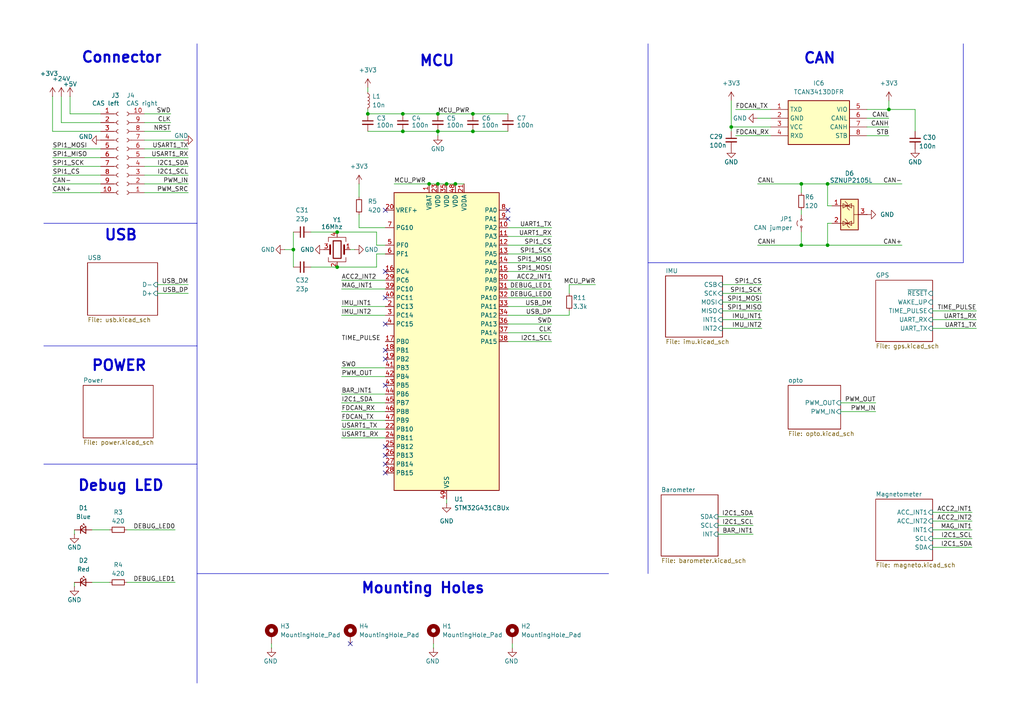
<source format=kicad_sch>
(kicad_sch (version 20231120) (generator "eeschema") (generator_version "8.0")
  (paper "A4")
  (lib_symbols
    (symbol "Connector:Conn_01x10_Socket" (pin_names (offset 1.016) hide)
      (property "Reference" "J" (at 0 12.7 0))
      (property "Value" "Conn_01x10_Socket" (at 0 -15.24 0))
      (symbol "Conn_01x10_Socket_1_1"
        (arc (start 0 -12.192) (mid -0.5058 -12.7) (end 0 -13.208) (stroke (width 0.1524)))
        (arc (start 0 -9.652) (mid -0.5058 -10.16) (end 0 -10.668) (stroke (width 0.1524)))
        (arc (start 0 -7.112) (mid -0.5058 -7.62) (end 0 -8.128) (stroke (width 0.1524)))
        (arc (start 0 -4.572) (mid -0.5058 -5.08) (end 0 -5.588) (stroke (width 0.1524)))
        (arc (start 0 -2.032) (mid -0.5058 -2.54) (end 0 -3.048) (stroke (width 0.1524)))
        (polyline (pts (xy -1.27 -12.7) (xy -0.508 -12.7)) (stroke (width 0.1524)))
        (polyline (pts (xy -1.27 -10.16) (xy -0.508 -10.16)) (stroke (width 0.1524)))
        (polyline (pts (xy -1.27 -7.62) (xy -0.508 -7.62)) (stroke (width 0.1524)))
        (polyline (pts (xy -1.27 -5.08) (xy -0.508 -5.08)) (stroke (width 0.1524)))
        (polyline (pts (xy -1.27 -2.54) (xy -0.508 -2.54)) (stroke (width 0.1524)))
        (polyline (pts (xy -1.27 0) (xy -0.508 0)) (stroke (width 0.1524)))
        (polyline (pts (xy -1.27 2.54) (xy -0.508 2.54)) (stroke (width 0.1524)))
        (polyline (pts (xy -1.27 5.08) (xy -0.508 5.08)) (stroke (width 0.1524)))
        (polyline (pts (xy -1.27 7.62) (xy -0.508 7.62)) (stroke (width 0.1524)))
        (polyline (pts (xy -1.27 10.16) (xy -0.508 10.16)) (stroke (width 0.1524)))
        (arc (start 0 0.508) (mid -0.5058 0) (end 0 -0.508) (stroke (width 0.1524)))
        (arc (start 0 3.048) (mid -0.5058 2.54) (end 0 2.032) (stroke (width 0.1524)))
        (arc (start 0 5.588) (mid -0.5058 5.08) (end 0 4.572) (stroke (width 0.1524)))
        (arc (start 0 8.128) (mid -0.5058 7.62) (end 0 7.112) (stroke (width 0.1524)))
        (arc (start 0 10.668) (mid -0.5058 10.16) (end 0 9.652) (stroke (width 0.1524)))
        (pin passive line (at -5.08 10.16 0) (length 3.81) (name "Pin_1") (number "1"))
        (pin passive line (at -5.08 -12.7 0) (length 3.81) (name "Pin_10") (number "10"))
        (pin passive line (at -5.08 7.62 0) (length 3.81) (name "Pin_2") (number "2"))
        (pin passive line (at -5.08 5.08 0) (length 3.81) (name "Pin_3") (number "3"))
        (pin passive line (at -5.08 2.54 0) (length 3.81) (name "Pin_4") (number "4"))
        (pin passive line (at -5.08 0 0) (length 3.81) (name "Pin_5") (number "5"))
        (pin passive line (at -5.08 -2.54 0) (length 3.81) (name "Pin_6") (number "6"))
        (pin passive line (at -5.08 -5.08 0) (length 3.81) (name "Pin_7") (number "7"))
        (pin passive line (at -5.08 -7.62 0) (length 3.81) (name "Pin_8") (number "8"))
        (pin passive line (at -5.08 -10.16 0) (length 3.81) (name "Pin_9") (number "9"))
      )
    )
    (symbol "Device:C_Small" (pin_numbers hide) (pin_names (offset 0.254) hide)
      (property "Reference" "C" (at 0.254 1.778 0))
      (property "Value" "C_Small" (at 0.254 -2.032 0))
      (symbol "C_Small_0_1"
        (polyline (pts (xy -1.524 -0.508) (xy 1.524 -0.508)) (stroke (width 0.3302)))
        (polyline (pts (xy -1.524 0.508) (xy 1.524 0.508)) (stroke (width 0.3048)))
      )
      (symbol "C_Small_1_1"
        (pin passive line (at 0 2.54 270) (length 2.032) (name "~") (number "1"))
        (pin passive line (at 0 -2.54 90) (length 2.032) (name "~") (number "2"))
      )
    )
    (symbol "Device:Crystal_GND24" (pin_names (offset 1.016) hide)
      (property "Reference" "Y" (at 3.175 5.08 0))
      (property "Value" "Crystal_GND24" (at 3.175 3.175 0))
      (symbol "Crystal_GND24_0_1"
        (rectangle (start -1.143 2.54) (end 1.143 -2.54) (stroke (width 0.3048)))
        (polyline (pts (xy -2.54 0) (xy -2.032 0)))
        (polyline (pts (xy -2.032 -1.27) (xy -2.032 1.27)) (stroke (width 0.508)))
        (polyline (pts (xy 0 -3.81) (xy 0 -3.556)))
        (polyline (pts (xy 0 3.556) (xy 0 3.81)))
        (polyline (pts (xy 2.032 -1.27) (xy 2.032 1.27)) (stroke (width 0.508)))
        (polyline (pts (xy 2.032 0) (xy 2.54 0)))
        (polyline (pts (xy -2.54 -2.286) (xy -2.54 -3.556) (xy 2.54 -3.556) (xy 2.54 -2.286)))
        (polyline (pts (xy -2.54 2.286) (xy -2.54 3.556) (xy 2.54 3.556) (xy 2.54 2.286)))
      )
      (symbol "Crystal_GND24_1_1"
        (pin passive line (at -3.81 0 0) (length 1.27) (name "1") (number "1"))
        (pin passive line (at 0 5.08 270) (length 1.27) (name "2") (number "2"))
        (pin passive line (at 3.81 0 180) (length 1.27) (name "3") (number "3"))
        (pin passive line (at 0 -5.08 90) (length 1.27) (name "4") (number "4"))
      )
    )
    (symbol "Device:LED_Small" (pin_numbers hide) (pin_names (offset 0.254) hide)
      (property "Reference" "D" (at -1.27 3.175 0))
      (property "Value" "LED_Small" (at -4.445 -2.54 0))
      (symbol "LED_Small_0_1"
        (polyline (pts (xy -0.762 -1.016) (xy -0.762 1.016)) (stroke (width 0.254)))
        (polyline (pts (xy 1.016 0) (xy -0.762 0)))
        (polyline (pts (xy 0.762 -1.016) (xy -0.762 0) (xy 0.762 1.016) (xy 0.762 -1.016)) (stroke (width 0.254)))
        (polyline (pts (xy 0 0.762) (xy -0.508 1.27) (xy -0.254 1.27) (xy -0.508 1.27) (xy -0.508 1.016)))
        (polyline (pts (xy 0.508 1.27) (xy 0 1.778) (xy 0.254 1.778) (xy 0 1.778) (xy 0 1.524)))
      )
      (symbol "LED_Small_1_1"
        (pin passive line (at -2.54 0 0) (length 1.778) (name "K") (number "1"))
        (pin passive line (at 2.54 0 180) (length 1.778) (name "A") (number "2"))
      )
    )
    (symbol "Device:L_Small" (pin_numbers hide) (pin_names (offset 0.254) hide)
      (property "Reference" "L" (at 0.762 1.016 0))
      (property "Value" "L_Small" (at 0.762 -1.016 0))
      (symbol "L_Small_0_1"
        (arc (start 0 -2.032) (mid 0.5058 -1.524) (end 0 -1.016))
        (arc (start 0 -1.016) (mid 0.5058 -0.508) (end 0 0))
        (arc (start 0 0) (mid 0.5058 0.508) (end 0 1.016))
        (arc (start 0 1.016) (mid 0.5058 1.524) (end 0 2.032))
      )
      (symbol "L_Small_1_1"
        (pin passive line (at 0 2.54 270) (length 0.508) (name "~") (number "1"))
        (pin passive line (at 0 -2.54 90) (length 0.508) (name "~") (number "2"))
      )
    )
    (symbol "Device:R_Small" (pin_numbers hide) (pin_names (offset 0.254) hide)
      (property "Reference" "R" (at 0.762 0.508 0))
      (property "Value" "R_Small" (at 0.762 -1.016 0))
      (symbol "R_Small_0_1"
        (rectangle (start -0.762 1.778) (end 0.762 -1.778) (stroke (width 0.2032)))
      )
      (symbol "R_Small_1_1"
        (pin passive line (at 0 2.54 270) (length 0.762) (name "~") (number "1"))
        (pin passive line (at 0 -2.54 90) (length 0.762) (name "~") (number "2"))
      )
    )
    (symbol "Jumper:Jumper_2_Small_Open" (pin_numbers hide) (pin_names (offset 0) hide) (exclude_from_sim yes)
      (property "Reference" "JP" (at 0 2.794 0))
      (property "Value" "Jumper_2_Small_Open" (at 0 -2.286 0))
      (symbol "Jumper_2_Small_Open_0_0"
        (circle (center -1.016 0) (radius 0.254))
        (circle (center 1.016 0) (radius 0.254))
      )
      (symbol "Jumper_2_Small_Open_0_1"
        (arc (start 0.762 1.0196) (mid 0 1.2729) (end -0.762 1.0196))
      )
      (symbol "Jumper_2_Small_Open_1_1"
        (pin passive line (at -2.54 0 0) (length 1.27) (name "A") (number "1"))
        (pin passive line (at 2.54 0 180) (length 1.27) (name "B") (number "2"))
      )
    )
    (symbol "MCU_ST_STM32G4:STM32G431CBUx"
      (property "Reference" "U" (at -15.24 44.45 0))
      (property "Value" "STM32G431CBUx" (at 7.62 44.45 0))
      (symbol "STM32G431CBUx_0_1"
        (rectangle (start -15.24 -43.18) (end 15.24 43.18) (stroke (width 0.254)) (fill (type background)))
      )
      (symbol "STM32G431CBUx_1_1"
        (pin power_in line (at -5.08 45.72 270) (length 2.54) (name "VBAT") (number "1"))
        (pin bidirectional line (at 17.78 33.02 180) (length 2.54) (name "PA2") (number "10"))
        (pin bidirectional line (at 17.78 30.48 180) (length 2.54) (name "PA3") (number "11"))
        (pin bidirectional line (at 17.78 27.94 180) (length 2.54) (name "PA4") (number "12"))
        (pin bidirectional line (at 17.78 25.4 180) (length 2.54) (name "PA5") (number "13"))
        (pin bidirectional line (at 17.78 22.86 180) (length 2.54) (name "PA6") (number "14"))
        (pin bidirectional line (at 17.78 20.32 180) (length 2.54) (name "PA7") (number "15"))
        (pin bidirectional line (at -17.78 20.32 0) (length 2.54) (name "PC4") (number "16"))
        (pin bidirectional line (at -17.78 0 0) (length 2.54) (name "PB0") (number "17"))
        (pin bidirectional line (at -17.78 -2.54 0) (length 2.54) (name "PB1") (number "18"))
        (pin bidirectional line (at -17.78 -5.08 0) (length 2.54) (name "PB2") (number "19"))
        (pin bidirectional line (at -17.78 10.16 0) (length 2.54) (name "PC13") (number "2"))
        (pin input line (at -17.78 38.1 0) (length 2.54) (name "VREF+") (number "20"))
        (pin power_in line (at 5.08 45.72 270) (length 2.54) (name "VDDA") (number "21"))
        (pin bidirectional line (at -17.78 -25.4 0) (length 2.54) (name "PB10") (number "22"))
        (pin power_in line (at -2.54 45.72 270) (length 2.54) (name "VDD") (number "23"))
        (pin bidirectional line (at -17.78 -27.94 0) (length 2.54) (name "PB11") (number "24"))
        (pin bidirectional line (at -17.78 -30.48 0) (length 2.54) (name "PB12") (number "25"))
        (pin bidirectional line (at -17.78 -33.02 0) (length 2.54) (name "PB13") (number "26"))
        (pin bidirectional line (at -17.78 -35.56 0) (length 2.54) (name "PB14") (number "27"))
        (pin bidirectional line (at -17.78 -38.1 0) (length 2.54) (name "PB15") (number "28"))
        (pin bidirectional line (at -17.78 17.78 0) (length 2.54) (name "PC6") (number "29"))
        (pin bidirectional line (at -17.78 7.62 0) (length 2.54) (name "PC14") (number "3"))
        (pin bidirectional line (at 17.78 17.78 180) (length 2.54) (name "PA8") (number "30"))
        (pin bidirectional line (at 17.78 15.24 180) (length 2.54) (name "PA9") (number "31"))
        (pin bidirectional line (at 17.78 12.7 180) (length 2.54) (name "PA10") (number "32"))
        (pin bidirectional line (at 17.78 10.16 180) (length 2.54) (name "PA11") (number "33"))
        (pin bidirectional line (at 17.78 7.62 180) (length 2.54) (name "PA12") (number "34"))
        (pin power_in line (at 0 45.72 270) (length 2.54) (name "VDD") (number "35"))
        (pin bidirectional line (at 17.78 5.08 180) (length 2.54) (name "PA13") (number "36"))
        (pin bidirectional line (at 17.78 2.54 180) (length 2.54) (name "PA14") (number "37"))
        (pin bidirectional line (at 17.78 0 180) (length 2.54) (name "PA15") (number "38"))
        (pin bidirectional line (at -17.78 15.24 0) (length 2.54) (name "PC10") (number "39"))
        (pin bidirectional line (at -17.78 5.08 0) (length 2.54) (name "PC15") (number "4"))
        (pin bidirectional line (at -17.78 12.7 0) (length 2.54) (name "PC11") (number "40"))
        (pin bidirectional line (at -17.78 -7.62 0) (length 2.54) (name "PB3") (number "41"))
        (pin bidirectional line (at -17.78 -10.16 0) (length 2.54) (name "PB4") (number "42"))
        (pin bidirectional line (at -17.78 -12.7 0) (length 2.54) (name "PB5") (number "43"))
        (pin bidirectional line (at -17.78 -15.24 0) (length 2.54) (name "PB6") (number "44"))
        (pin bidirectional line (at -17.78 -17.78 0) (length 2.54) (name "PB7") (number "45"))
        (pin bidirectional line (at -17.78 -20.32 0) (length 2.54) (name "PB8") (number "46"))
        (pin bidirectional line (at -17.78 -22.86 0) (length 2.54) (name "PB9") (number "47"))
        (pin power_in line (at 2.54 45.72 270) (length 2.54) (name "VDD") (number "48"))
        (pin power_in line (at 0 -45.72 90) (length 2.54) (name "VSS") (number "49"))
        (pin bidirectional line (at -17.78 27.94 0) (length 2.54) (name "PF0") (number "5"))
        (pin bidirectional line (at -17.78 25.4 0) (length 2.54) (name "PF1") (number "6"))
        (pin bidirectional line (at -17.78 33.02 0) (length 2.54) (name "PG10") (number "7"))
        (pin bidirectional line (at 17.78 38.1 180) (length 2.54) (name "PA0") (number "8"))
        (pin bidirectional line (at 17.78 35.56 180) (length 2.54) (name "PA1") (number "9"))
      )
    )
    (symbol "Mechanical:MountingHole_Pad" (pin_numbers hide) (pin_names (offset 1.016) hide) (exclude_from_sim yes) (in_bom no)
      (property "Reference" "H" (at 0 6.35 0))
      (property "Value" "MountingHole_Pad" (at 0 4.445 0))
      (symbol "MountingHole_Pad_0_1"
        (circle (center 0 1.27) (radius 1.27) (stroke (width 1.27)))
      )
      (symbol "MountingHole_Pad_1_1"
        (pin input line (at 0 -2.54 90) (length 2.54) (name "1") (number "1"))
      )
    )
    (symbol "Power_Protection:SZNUP2105L" (pin_names hide)
      (property "Reference" "D" (at 5.715 2.54 0))
      (property "Value" "SZNUP2105L" (at 5.715 0.635 0))
      (symbol "SZNUP2105L_0_0"
        (pin passive line (at 0 -5.08 90) (length 2.54) (name "A") (number "3"))
      )
      (symbol "SZNUP2105L_0_1"
        (rectangle (start -4.445 2.54) (end 4.445 -2.54) (stroke (width 0.254)) (fill (type background)))
        (polyline (pts (xy -2.54 2.54) (xy -2.54 0.635)))
        (polyline (pts (xy 0 -1.27) (xy 0 -2.54)))
        (polyline (pts (xy 2.54 2.54) (xy 2.54 0.635)))
        (polyline (pts (xy -3.81 1.27) (xy -3.175 0.635) (xy -1.905 0.635) (xy -1.27 0)))
        (polyline (pts (xy -2.54 0.635) (xy -2.54 -1.27) (xy 2.54 -1.27) (xy 2.54 0.635)))
        (polyline (pts (xy -2.54 0.635) (xy -1.905 -0.635) (xy -3.175 -0.635) (xy -2.54 0.635)))
        (polyline (pts (xy 2.54 0.635) (xy 1.905 -0.635) (xy 3.175 -0.635) (xy 2.54 0.635)))
        (polyline (pts (xy 2.54 0.635) (xy 3.175 1.905) (xy 1.905 1.905) (xy 2.54 0.635)))
        (polyline (pts (xy -2.54 0.635) (xy -3.175 1.905) (xy -1.905 1.905) (xy -2.54 0.635) (xy -2.54 1.27)))
        (polyline (pts (xy 1.27 1.27) (xy 1.905 0.635) (xy 2.54 0.635) (xy 3.175 0.635) (xy 3.81 0)))
      )
      (symbol "SZNUP2105L_1_1"
        (pin passive line (at -2.54 5.08 270) (length 2.54) (name "K") (number "1"))
        (pin passive line (at 2.54 5.08 270) (length 2.54) (name "K") (number "2"))
      )
    )
    (symbol "pathfinder:TCAN3413DDFR"
      (property "Reference" "IC" (at 24.13 7.62 0))
      (property "Value" "TCAN3413DDFR" (at 24.13 5.08 0))
      (symbol "TCAN3413DDFR_1_1"
        (rectangle (start 5.08 2.54) (end 22.86 -10.16) (stroke (width 0.254)) (fill (type background)))
        (pin passive line (at 0 0 0) (length 5.08) (name "TXD") (number "1"))
        (pin passive line (at 0 -2.54 0) (length 5.08) (name "GND") (number "2"))
        (pin passive line (at 0 -5.08 0) (length 5.08) (name "VCC") (number "3"))
        (pin passive line (at 0 -7.62 0) (length 5.08) (name "RXD") (number "4"))
        (pin passive line (at 27.94 0 180) (length 5.08) (name "VIO") (number "5"))
        (pin passive line (at 27.94 -2.54 180) (length 5.08) (name "CANL") (number "6"))
        (pin passive line (at 27.94 -5.08 180) (length 5.08) (name "CANH") (number "7"))
        (pin passive line (at 27.94 -7.62 180) (length 5.08) (name "STB") (number "8"))
      )
    )
    (symbol "power:+24V" (power) (pin_numbers hide) (pin_names (offset 0) hide)
      (property "Value" "+24V" (at 0 3.556 0))
      (symbol "+24V_0_1"
        (polyline (pts (xy -0.762 1.27) (xy 0 2.54)))
        (polyline (pts (xy 0 0) (xy 0 2.54)))
        (polyline (pts (xy 0 2.54) (xy 0.762 1.27)))
      )
      (symbol "+24V_1_1"
        (pin power_in line (at 0 0 90) (length 0) (name "~") (number "1"))
      )
    )
    (symbol "power:+3V3" (power) (pin_numbers hide) (pin_names (offset 0) hide)
      (property "Value" "+3V3" (at 0 3.556 0))
      (symbol "+3V3_0_1"
        (polyline (pts (xy -0.762 1.27) (xy 0 2.54)))
        (polyline (pts (xy 0 0) (xy 0 2.54)))
        (polyline (pts (xy 0 2.54) (xy 0.762 1.27)))
      )
      (symbol "+3V3_1_1"
        (pin power_in line (at 0 0 90) (length 0) (name "~") (number "1"))
      )
    )
    (symbol "power:+5V" (power) (pin_numbers hide) (pin_names (offset 0) hide)
      (property "Value" "+5V" (at 0 3.556 0))
      (symbol "+5V_0_1"
        (polyline (pts (xy -0.762 1.27) (xy 0 2.54)))
        (polyline (pts (xy 0 0) (xy 0 2.54)))
        (polyline (pts (xy 0 2.54) (xy 0.762 1.27)))
      )
      (symbol "+5V_1_1"
        (pin power_in line (at 0 0 90) (length 0) (name "~") (number "1"))
      )
    )
    (symbol "power:GND" (power) (pin_numbers hide) (pin_names (offset 0) hide)
      (property "Value" "GND" (at 0 -3.81 0))
      (symbol "GND_0_1"
        (polyline (pts (xy 0 0) (xy 0 -1.27) (xy 1.27 -1.27) (xy 0 -2.54) (xy -1.27 -1.27) (xy 0 -1.27)))
      )
      (symbol "GND_1_1"
        (pin power_in line (at 0 0 270) (length 0) (name "~") (number "1"))
      )
    )
  )
  (junction (at 232.41 71.12))
  (junction (at 127 33.02))
  (junction (at 257.81 31.75))
  (junction (at 97.79 77.47))
  (junction (at 85.09 72.39))
  (junction (at 137.16 38.1))
  (junction (at 132.08 53.34))
  (junction (at 137.16 33.02))
  (junction (at 116.84 33.02))
  (junction (at 212.09 36.83))
  (junction (at 97.79 67.31))
  (junction (at 240.03 53.34))
  (junction (at 240.03 71.12))
  (junction (at 124.46 53.34))
  (junction (at 232.41 53.34))
  (junction (at 116.84 38.1))
  (junction (at 106.68 33.02))
  (junction (at 127 38.1))
  (junction (at 127 53.34))
  (junction (at 129.54 53.34))
  (no_connect (at 111.76 93.98))
  (no_connect (at 111.76 111.76))
  (no_connect (at 147.32 63.5))
  (no_connect (at 111.76 86.36))
  (no_connect (at 111.76 78.74))
  (no_connect (at 111.76 132.08))
  (no_connect (at 111.76 137.16))
  (no_connect (at 101.6 186.69))
  (no_connect (at 147.32 60.96))
  (no_connect (at 111.76 104.14))
  (no_connect (at 111.76 60.96))
  (no_connect (at 111.76 129.54))
  (no_connect (at 111.76 134.62))
  (no_connect (at 111.76 101.6))
  (wire (pts (xy 15.24 27.94) (xy 15.24 38.1)))
  (wire (pts (xy 15.24 50.8) (xy 29.21 50.8)))
  (wire (pts (xy 232.41 71.12) (xy 240.03 71.12)))
  (polyline (pts (xy 57.15 100.33) (xy 57.15 135.89)))
  (wire (pts (xy 106.68 33.02) (xy 106.68 31.75)))
  (wire (pts (xy 218.44 149.86) (xy 208.28 149.86)))
  (wire (pts (xy 21.59 154.94) (xy 21.59 153.67)))
  (wire (pts (xy 270.51 151.13) (xy 281.94 151.13)))
  (wire (pts (xy 99.06 91.44) (xy 111.76 91.44)))
  (wire (pts (xy 20.32 33.02) (xy 29.21 33.02)))
  (wire (pts (xy 251.46 36.83) (xy 257.81 36.83)))
  (wire (pts (xy 99.06 127) (xy 111.76 127)))
  (wire (pts (xy 127 38.1) (xy 137.16 38.1)))
  (wire (pts (xy 82.55 72.39) (xy 85.09 72.39)))
  (wire (pts (xy 109.22 71.12) (xy 111.76 71.12)))
  (wire (pts (xy 99.06 109.22) (xy 111.76 109.22)))
  (wire (pts (xy 20.32 27.94) (xy 20.32 33.02)))
  (wire (pts (xy 17.78 27.94) (xy 17.78 35.56)))
  (wire (pts (xy 114.3 53.34) (xy 124.46 53.34)))
  (wire (pts (xy 90.17 77.47) (xy 97.79 77.47)))
  (wire (pts (xy 240.03 53.34) (xy 261.62 53.34)))
  (wire (pts (xy 129.54 53.34) (xy 132.08 53.34)))
  (wire (pts (xy 116.84 38.1) (xy 127 38.1)))
  (wire (pts (xy 50.8 153.67) (xy 36.83 153.67)))
  (polyline (pts (xy 187.96 12.7) (xy 187.96 166.37)))
  (wire (pts (xy 218.44 154.94) (xy 208.28 154.94)))
  (wire (pts (xy 50.8 168.91) (xy 36.83 168.91)))
  (wire (pts (xy 160.02 68.58) (xy 147.32 68.58)))
  (wire (pts (xy 270.51 158.75) (xy 281.94 158.75)))
  (wire (pts (xy 232.41 67.31) (xy 232.41 71.12)))
  (wire (pts (xy 21.59 170.18) (xy 21.59 168.91)))
  (wire (pts (xy 97.79 77.47) (xy 109.22 77.47)))
  (wire (pts (xy 53.34 40.64) (xy 41.91 40.64)))
  (wire (pts (xy 106.68 33.02) (xy 116.84 33.02)))
  (wire (pts (xy 132.08 53.34) (xy 134.62 53.34)))
  (wire (pts (xy 219.71 34.29) (xy 223.52 34.29)))
  (wire (pts (xy 219.71 71.12) (xy 232.41 71.12)))
  (wire (pts (xy 209.55 87.63) (xy 220.98 87.63)))
  (polyline (pts (xy 57.15 135.89) (xy 57.15 198.12)))
  (wire (pts (xy 127 33.02) (xy 137.16 33.02)))
  (polyline (pts (xy 12.7 64.77) (xy 57.15 64.77)))
  (wire (pts (xy 125.73 187.96) (xy 125.73 186.69)))
  (wire (pts (xy 99.06 114.3) (xy 111.76 114.3)))
  (polyline (pts (xy 279.4 12.7) (xy 279.4 76.2)))
  (wire (pts (xy 160.02 86.36) (xy 147.32 86.36)))
  (wire (pts (xy 209.55 82.55) (xy 220.98 82.55)))
  (polyline (pts (xy 12.7 100.33) (xy 57.15 100.33)))
  (wire (pts (xy 78.74 187.96) (xy 78.74 186.69)))
  (wire (pts (xy 137.16 33.02) (xy 147.32 33.02)))
  (wire (pts (xy 270.51 148.59) (xy 281.94 148.59)))
  (wire (pts (xy 99.06 119.38) (xy 111.76 119.38)))
  (wire (pts (xy 240.03 64.77) (xy 241.3 64.77)))
  (wire (pts (xy 104.14 62.23) (xy 104.14 66.04)))
  (wire (pts (xy 270.51 153.67) (xy 281.94 153.67)))
  (wire (pts (xy 220.98 95.25) (xy 209.55 95.25)))
  (wire (pts (xy 147.32 76.2) (xy 160.02 76.2)))
  (wire (pts (xy 41.91 48.26) (xy 54.61 48.26)))
  (wire (pts (xy 257.81 29.21) (xy 257.81 31.75)))
  (wire (pts (xy 45.72 82.55) (xy 54.61 82.55)))
  (wire (pts (xy 49.53 33.02) (xy 41.91 33.02)))
  (wire (pts (xy 17.78 35.56) (xy 29.21 35.56)))
  (wire (pts (xy 147.32 96.52) (xy 160.02 96.52)))
  (wire (pts (xy 240.03 64.77) (xy 240.03 71.12)))
  (wire (pts (xy 257.81 34.29) (xy 251.46 34.29)))
  (wire (pts (xy 127 53.34) (xy 129.54 53.34)))
  (wire (pts (xy 270.51 90.17) (xy 283.21 90.17)))
  (wire (pts (xy 147.32 78.74) (xy 160.02 78.74)))
  (wire (pts (xy 15.24 43.18) (xy 29.21 43.18)))
  (wire (pts (xy 31.75 153.67) (xy 26.67 153.67)))
  (wire (pts (xy 15.24 45.72) (xy 29.21 45.72)))
  (wire (pts (xy 41.91 35.56) (xy 49.53 35.56)))
  (wire (pts (xy 240.03 59.69) (xy 240.03 53.34)))
  (wire (pts (xy 220.98 92.71) (xy 209.55 92.71)))
  (wire (pts (xy 240.03 71.12) (xy 261.62 71.12)))
  (wire (pts (xy 213.36 39.37) (xy 223.52 39.37)))
  (wire (pts (xy 243.84 116.84) (xy 254 116.84)))
  (wire (pts (xy 99.06 106.68) (xy 111.76 106.68)))
  (wire (pts (xy 109.22 67.31) (xy 97.79 67.31)))
  (wire (pts (xy 41.91 43.18) (xy 54.61 43.18)))
  (wire (pts (xy 212.09 38.1) (xy 212.09 36.83)))
  (wire (pts (xy 147.32 99.06) (xy 160.02 99.06)))
  (wire (pts (xy 147.32 91.44) (xy 165.1 91.44)))
  (wire (pts (xy 148.59 187.96) (xy 148.59 186.69)))
  (wire (pts (xy 109.22 67.31) (xy 109.22 71.12)))
  (wire (pts (xy 270.51 156.21) (xy 281.94 156.21)))
  (polyline (pts (xy 57.15 64.77) (xy 57.15 100.33)))
  (wire (pts (xy 270.51 92.71) (xy 283.21 92.71)))
  (wire (pts (xy 172.72 82.55) (xy 165.1 82.55)))
  (wire (pts (xy 109.22 77.47) (xy 109.22 73.66)))
  (wire (pts (xy 15.24 48.26) (xy 29.21 48.26)))
  (polyline (pts (xy 187.96 76.2) (xy 279.4 76.2)))
  (wire (pts (xy 265.43 31.75) (xy 257.81 31.75)))
  (wire (pts (xy 243.84 119.38) (xy 254 119.38)))
  (wire (pts (xy 137.16 38.1) (xy 147.32 38.1)))
  (wire (pts (xy 31.75 168.91) (xy 26.67 168.91)))
  (wire (pts (xy 85.09 72.39) (xy 85.09 77.47)))
  (wire (pts (xy 104.14 53.34) (xy 104.14 57.15)))
  (wire (pts (xy 209.55 90.17) (xy 220.98 90.17)))
  (wire (pts (xy 15.24 55.88) (xy 29.21 55.88)))
  (wire (pts (xy 106.68 26.67) (xy 106.68 25.4)))
  (wire (pts (xy 212.09 29.21) (xy 212.09 36.83)))
  (wire (pts (xy 104.14 66.04) (xy 111.76 66.04)))
  (wire (pts (xy 41.91 38.1) (xy 49.53 38.1)))
  (wire (pts (xy 147.32 83.82) (xy 160.02 83.82)))
  (wire (pts (xy 99.06 83.82) (xy 111.76 83.82)))
  (wire (pts (xy 165.1 82.55) (xy 165.1 85.09)))
  (wire (pts (xy 147.32 73.66) (xy 160.02 73.66)))
  (wire (pts (xy 208.28 152.4) (xy 218.44 152.4)))
  (wire (pts (xy 165.1 90.17) (xy 165.1 91.44)))
  (wire (pts (xy 232.41 53.34) (xy 232.41 55.88)))
  (wire (pts (xy 15.24 53.34) (xy 29.21 53.34)))
  (wire (pts (xy 106.68 38.1) (xy 116.84 38.1)))
  (wire (pts (xy 41.91 50.8) (xy 54.61 50.8)))
  (wire (pts (xy 45.72 85.09) (xy 54.61 85.09)))
  (wire (pts (xy 240.03 59.69) (xy 241.3 59.69)))
  (polyline (pts (xy 12.7 134.62) (xy 57.15 134.62)))
  (wire (pts (xy 147.32 93.98) (xy 160.02 93.98)))
  (wire (pts (xy 116.84 33.02) (xy 127 33.02)))
  (polyline (pts (xy 57.15 12.7) (xy 57.15 64.77)))
  (wire (pts (xy 129.54 146.05) (xy 129.54 144.78)))
  (wire (pts (xy 15.24 38.1) (xy 29.21 38.1)))
  (wire (pts (xy 147.32 88.9) (xy 160.02 88.9)))
  (wire (pts (xy 147.32 66.04) (xy 160.02 66.04)))
  (wire (pts (xy 127 39.37) (xy 127 38.1)))
  (wire (pts (xy 219.71 53.34) (xy 232.41 53.34)))
  (wire (pts (xy 109.22 73.66) (xy 111.76 73.66)))
  (wire (pts (xy 41.91 45.72) (xy 54.61 45.72)))
  (polyline (pts (xy 57.15 166.37) (xy 176.53 166.37)))
  (wire (pts (xy 209.55 85.09) (xy 220.98 85.09)))
  (wire (pts (xy 265.43 38.1) (xy 265.43 31.75)))
  (wire (pts (xy 99.06 124.46) (xy 111.76 124.46)))
  (wire (pts (xy 90.17 67.31) (xy 97.79 67.31)))
  (wire (pts (xy 213.36 31.75) (xy 223.52 31.75)))
  (wire (pts (xy 147.32 71.12) (xy 160.02 71.12)))
  (wire (pts (xy 99.06 116.84) (xy 111.76 116.84)))
  (wire (pts (xy 85.09 72.39) (xy 85.09 67.31)))
  (wire (pts (xy 232.41 60.96) (xy 232.41 62.23)))
  (wire (pts (xy 270.51 95.25) (xy 283.21 95.25)))
  (wire (pts (xy 232.41 53.34) (xy 240.03 53.34)))
  (wire (pts (xy 147.32 81.28) (xy 160.02 81.28)))
  (wire (pts (xy 41.91 53.34) (xy 54.61 53.34)))
  (wire (pts (xy 257.81 31.75) (xy 251.46 31.75)))
  (wire (pts (xy 212.09 36.83) (xy 223.52 36.83)))
  (wire (pts (xy 41.91 55.88) (xy 54.61 55.88)))
  (wire (pts (xy 124.46 53.34) (xy 127 53.34)))
  (wire (pts (xy 101.6 72.39) (xy 102.87 72.39)))
  (wire (pts (xy 99.06 81.28) (xy 111.76 81.28)))
  (wire (pts (xy 99.06 88.9) (xy 111.76 88.9)))
  (wire (pts (xy 99.06 121.92) (xy 111.76 121.92)))
  (wire (pts (xy 257.81 39.37) (xy 251.46 39.37)))
  (text "POWER\n" (at 34.544 106.172 0) (effects (font (size 3.048 3.048) (thickness 0.6096) (bold yes))))
  (text "CAN\n" (at 237.744 17.018 0) (effects (font (size 3.048 3.048) (thickness 0.6096) (bold yes))))
  (text "Mounting Holes\n" (at 122.682 170.688 0) (effects (font (size 3.048 3.048) (thickness 0.6096) (bold yes))))
  (text "USB\n" (at 35.052 68.326 0) (effects (font (size 3.048 3.048) (thickness 0.6096) (bold yes))))
  (text "Debug LED\n" (at 35.052 140.97 0) (effects (font (size 3.048 3.048) (thickness 0.6096) (bold yes))))
  (text "MCU" (at 126.746 17.78 0) (effects (font (size 3.048 3.048) (thickness 0.6096) (bold yes))))
  (text "Connector" (at 35.306 16.764 0) (effects (font (size 3.048 3.048) (thickness 0.6096) (bold yes))))
  (label "SPI1_SCK" (at 15.24 48.26 0))
  (label "I2C1_SDA" (at 281.94 158.75 180))
  (label "UART1_RX" (at 160.02 68.58 180))
  (label "USB_DP" (at 54.61 85.09 180))
  (label "PWM_IN" (at 254 119.38 180))
  (label "SPI1_MISO" (at 220.98 90.17 180))
  (label "FDCAN_TX" (at 99.06 121.92 0))
  (label "CAN+" (at 261.62 71.12 180))
  (label "SPI1_SCK" (at 220.98 85.09 180))
  (label "DEBUG_LED0" (at 160.02 86.36 180))
  (label "DEBUG_LED1" (at 50.8 168.91 180))
  (label "MAG_INT1" (at 99.06 83.82 0))
  (label "I2C1_SCL" (at 218.44 152.4 180))
  (label "USB_DP" (at 160.02 91.44 180))
  (label "PWM_OUT" (at 99.06 109.22 0))
  (label "MCU_PWR" (at 114.3 53.34 0))
  (label "MAG_INT1" (at 281.94 153.67 180))
  (label "SPI1_CS" (at 160.02 71.12 180))
  (label "TIME_PULSE" (at 99.06 99.06 0))
  (label "CAN+" (at 15.24 55.88 0))
  (label "I2C1_SDA" (at 218.44 149.86 180))
  (label "UART1_TX" (at 160.02 66.04 180))
  (label "MCU_PWR" (at 172.72 82.55 180))
  (label "USART1_RX" (at 54.61 45.72 180))
  (label "NRST" (at 49.53 38.1 180))
  (label "ACC2_INT1" (at 281.94 148.59 180))
  (label "SPI1_CS" (at 15.24 50.8 0))
  (label "FDCAN_RX" (at 99.06 119.38 0))
  (label "UART1_TX" (at 283.21 95.25 180))
  (label "IMU_INT2" (at 220.98 95.25 180))
  (label "FDCAN_TX" (at 213.36 31.75 0))
  (label "DEBUG_LED0" (at 50.8 153.67 180))
  (label "I2C1_SDA" (at 54.61 48.26 180))
  (label "I2C1_SCL" (at 54.61 50.8 180))
  (label "CLK" (at 160.02 96.52 180))
  (label "ACC2_INT2" (at 281.94 151.13 180))
  (label "IMU_INT1" (at 220.98 92.71 180))
  (label "ACC2_INT1" (at 160.02 81.28 180))
  (label "SWD" (at 49.53 33.02 180))
  (label "MCU_PWR" (at 127 33.02 0))
  (label "BAR_INT1" (at 218.44 154.94 180))
  (label "SPI1_MOSI" (at 160.02 78.74 180))
  (label "IMU_INT2" (at 99.06 91.44 0))
  (label "PWM_SRC" (at 54.61 55.88 180))
  (label "SPI1_SCK" (at 160.02 73.66 180))
  (label "USART1_RX" (at 99.06 127 0))
  (label "BAR_INT1" (at 99.06 114.3 0))
  (label "IMU_INT1" (at 99.06 88.9 0))
  (label "CANL" (at 257.81 34.29 180))
  (label "USB_DM" (at 54.61 82.55 180))
  (label "CAN-" (at 261.62 53.34 180))
  (label "SPI1_MOSI" (at 220.98 87.63 180))
  (label "SPI1_MISO" (at 15.24 45.72 0))
  (label "SPI1_MOSI" (at 15.24 43.18 0))
  (label "SWD" (at 160.02 93.98 180))
  (label "CANH" (at 219.71 71.12 0))
  (label "ACC2_INT2" (at 99.06 81.28 0))
  (label "I2C1_SCL" (at 160.02 99.06 180))
  (label "TIME_PULSE" (at 283.21 90.17 180))
  (label "CLK" (at 49.53 35.56 180))
  (label "USART1_TX" (at 54.61 43.18 180))
  (label "I2C1_SDA" (at 99.06 116.84 0))
  (label "I2C1_SCL" (at 281.94 156.21 180))
  (label "SPI1_MISO" (at 160.02 76.2 180))
  (label "SWO" (at 99.06 106.68 0))
  (label "STB" (at 257.81 39.37 180))
  (label "FDCAN_RX" (at 213.36 39.37 0))
  (label "SPI1_CS" (at 220.98 82.55 180))
  (label "USART1_TX" (at 99.06 124.46 0))
  (label "CAN-" (at 15.24 53.34 0))
  (label "UART1_RX" (at 283.21 92.71 180))
  (label "CANH" (at 257.81 36.83 180))
  (label "DEBUG_LED1" (at 160.02 83.82 180))
  (label "USB_DM" (at 160.02 88.9 180))
  (label "CANL" (at 219.71 53.34 0))
  (label "PWM_IN" (at 54.61 53.34 180))
  (label "PWM_OUT" (at 254 116.84 180))
  (symbol (lib_id "Device:L_Small") (at 106.68 29.21 0) (unit 1)
    (property "Reference" "L1" (at 107.95 27.9399 0) (effects (justify left)))
    (property "Value" "10n" (at 107.95 30.4799 0) (effects (justify left)))
    (property "Footprint" "Inductor_SMD:L_0603_1608Metric_Pad1.05x0.95mm_HandSolder" (effects (hide yes)))
    (property "Description" "Inductor, small symbol" (effects (hide yes)))
  )
  (symbol (lib_id "power:GND") (at 265.43 43.18 0) (unit 1)
    (property "Reference" "#PWR080" (effects (hide yes)))
    (property "Value" "GND" (at 265.43 46.99 0))
    (property "Description" "Power symbol creates a global label with name \"GND\" , ground" (effects (hide yes)))
  )
  (symbol (lib_id "Mechanical:MountingHole_Pad") (at 101.6 184.15 0) (unit 1) (exclude_from_sim yes) (in_bom no)
    (property "Reference" "H4" (at 104.14 181.6099 0) (effects (justify left)))
    (property "Value" "MountingHole_Pad" (at 104.14 184.1499 0) (effects (justify left)))
    (property "Footprint" "MountingHole:MountingHole_2.2mm_M2_ISO7380_Pad_TopBottom" (effects (hide yes)))
    (property "Description" "Mounting Hole with connection" (effects (hide yes)))
  )
  (symbol (lib_id "power:+24V") (at 17.78 27.94 0) (unit 1)
    (property "Reference" "#PWR032" (effects (hide yes)))
    (property "Value" "+24V" (at 17.78 22.86 0))
    (property "Description" "Power symbol creates a global label with name \"+24V\"" (effects (hide yes)))
  )
  (symbol (lib_id "Device:C_Small") (at 127 35.56 0) (unit 1)
    (property "Reference" "C5" (at 129.54 34.2962 0) (effects (justify left)))
    (property "Value" "100n" (at 129.54 36.322 0) (effects (justify left)))
    (property "Footprint" "Capacitor_SMD:C_0402_1005Metric_Pad0.74x0.62mm_HandSolder" (effects (hide yes)))
    (property "Description" "Unpolarized capacitor, small symbol" (effects (hide yes)))
  )
  (symbol (lib_id "Device:R_Small") (at 34.29 168.91 90) (unit 1)
    (property "Reference" "R4" (at 34.29 163.83 90))
    (property "Value" "420" (at 34.29 166.37 90))
    (property "Footprint" "Resistor_SMD:R_0402_1005Metric_Pad0.72x0.64mm_HandSolder" (effects (hide yes)))
    (property "Description" "Resistor, small symbol" (effects (hide yes)))
  )
  (symbol (lib_id "power:GND") (at 212.09 43.18 0) (unit 1)
    (property "Reference" "#PWR076" (effects (hide yes)))
    (property "Value" "GND" (at 212.09 46.99 0))
    (property "Description" "Power symbol creates a global label with name \"GND\" , ground" (effects (hide yes)))
  )
  (symbol (lib_id "Device:C_Small") (at 106.68 35.56 0) (unit 1)
    (property "Reference" "C3" (at 109.22 34.2962 0) (effects (justify left)))
    (property "Value" "100n" (at 109.22 36.322 0) (effects (justify left)))
    (property "Footprint" "Capacitor_SMD:C_0402_1005Metric_Pad0.74x0.62mm_HandSolder" (effects (hide yes)))
    (property "Description" "Unpolarized capacitor, small symbol" (effects (hide yes)))
  )
  (symbol (lib_id "Device:R_Small") (at 34.29 153.67 90) (unit 1)
    (property "Reference" "R3" (at 34.29 148.59 90))
    (property "Value" "420" (at 34.29 151.13 90))
    (property "Footprint" "Resistor_SMD:R_0402_1005Metric_Pad0.72x0.64mm_HandSolder" (effects (hide yes)))
    (property "Description" "Resistor, small symbol" (effects (hide yes)))
  )
  (symbol (lib_id "Mechanical:MountingHole_Pad") (at 125.73 184.15 0) (unit 1) (exclude_from_sim yes) (in_bom no)
    (property "Reference" "H1" (at 128.27 181.6099 0) (effects (justify left)))
    (property "Value" "MountingHole_Pad" (at 128.27 184.1499 0) (effects (justify left)))
    (property "Footprint" "MountingHole:MountingHole_2.2mm_M2_ISO7380_Pad_TopBottom" (effects (hide yes)))
    (property "Description" "Mounting Hole with connection" (effects (hide yes)))
  )
  (symbol (lib_id "Mechanical:MountingHole_Pad") (at 78.74 184.15 0) (unit 1) (exclude_from_sim yes) (in_bom no)
    (property "Reference" "H3" (at 81.28 181.6099 0) (effects (justify left)))
    (property "Value" "MountingHole_Pad" (at 81.28 184.1499 0) (effects (justify left)))
    (property "Footprint" "MountingHole:MountingHole_2.2mm_M2_ISO7380_Pad_TopBottom" (effects (hide yes)))
    (property "Description" "Mounting Hole with connection" (effects (hide yes)))
  )
  (symbol (lib_id "power:GND") (at 148.59 187.96 0) (unit 1)
    (property "Reference" "#PWR027" (effects (hide yes)))
    (property "Value" "GND" (at 148.336 191.77 0))
    (property "Description" "Power symbol creates a global label with name \"GND\" , ground" (effects (hide yes)))
  )
  (symbol (lib_id "power:GND") (at 129.54 146.05 0) (unit 1)
    (property "Reference" "#PWR013" (effects (hide yes)))
    (property "Value" "GND" (at 129.54 151.13 0))
    (property "Description" "Power symbol creates a global label with name \"GND\" , ground" (effects (hide yes)))
  )
  (symbol (lib_id "power:GND") (at 82.55 72.39 270) (unit 1)
    (property "Reference" "#PWR029" (effects (hide yes)))
    (property "Value" "GND" (at 79.756 72.39 90) (effects (justify right)))
    (property "Description" "Power symbol creates a global label with name \"GND\" , ground" (effects (hide yes)))
  )
  (symbol (lib_id "power:+3V3") (at 212.09 29.21 0) (unit 1)
    (property "Reference" "#PWR077" (effects (hide yes)))
    (property "Value" "+3V3" (at 212.09 24.13 0))
    (property "Description" "Power symbol creates a global label with name \"+3V3\"" (effects (hide yes)))
  )
  (symbol (lib_id "power:GND") (at 219.71 34.29 270) (unit 1)
    (property "Reference" "#PWR075" (effects (hide yes)))
    (property "Value" "GND" (at 216.662 34.29 90) (effects (justify right)))
    (property "Description" "Power symbol creates a global label with name \"GND\" , ground" (effects (hide yes)))
  )
  (symbol (lib_id "power:GND") (at 102.87 72.39 90) (unit 1)
    (property "Reference" "#PWR033" (effects (hide yes)))
    (property "Value" "GND" (at 105.664 72.39 90) (effects (justify right)))
    (property "Description" "Power symbol creates a global label with name \"GND\" , ground" (effects (hide yes)))
  )
  (symbol (lib_id "Device:C_Small") (at 147.32 35.56 0) (unit 1)
    (property "Reference" "C7" (at 149.86 34.2962 0) (effects (justify left)))
    (property "Value" "100n" (at 149.86 36.322 0) (effects (justify left)))
    (property "Footprint" "Capacitor_SMD:C_0402_1005Metric_Pad0.74x0.62mm_HandSolder" (effects (hide yes)))
    (property "Description" "Unpolarized capacitor, small symbol" (effects (hide yes)))
  )
  (symbol (lib_id "Device:R_Small") (at 232.41 58.42 0) (unit 1)
    (property "Reference" "R6" (at 233.426 57.15 0) (effects (justify left)))
    (property "Value" "120" (at 233.426 59.69 0) (effects (justify left)))
    (property "Footprint" "Resistor_SMD:R_0402_1005Metric_Pad0.72x0.64mm_HandSolder" (effects (hide yes)))
    (property "Description" "Resistor, small symbol" (effects (hide yes)))
  )
  (symbol (lib_id "Device:R_Small") (at 165.1 87.63 0) (unit 1)
    (property "Reference" "R11" (at 166.116 86.36 0) (effects (justify left)))
    (property "Value" "3.3k" (at 166.116 88.9 0) (effects (justify left)))
    (property "Footprint" "Resistor_SMD:R_0402_1005Metric_Pad0.72x0.64mm_HandSolder" (effects (hide yes)))
    (property "Description" "Resistor, small symbol" (effects (hide yes)))
  )
  (symbol (lib_id "pathfinder:TCAN3413DDFR") (at 223.52 31.75 0) (unit 1)
    (property "Reference" "IC6" (at 237.49 24.13 0))
    (property "Value" "TCAN3413DDFR" (at 237.49 26.67 0))
    (property "Footprint" "pathfinder:SOT65P280X110-8N" (effects (hide yes)))
    (property "Datasheet" "https://www.ti.com/lit/gpn/tcan3413" (effects (hide yes)))
    (property "Description" "CAN Interface IC 3.3-V CAN FD transceiver with flexible IO and standby mode" (effects (hide yes)))
    (property "Height" "1.1" (effects (hide yes)))
    (property "Manufacturer_Name" "Texas Instruments" (effects (hide yes)))
    (property "Manufacturer_Part_Number" "TCAN3413DDFR" (effects (hide yes)))
    (property "Mouser Part Number" "595-TCAN3413DDFR" (effects (hide yes)))
    (property "Mouser Price/Stock" "https://www.mouser.co.uk/ProductDetail/Texas-Instruments/TCAN3413DDFR?qs=HFfMDpzxxd24T7a%252BDNN43w%3D%3D" (effects (hide yes)))
    (property "Arrow Part Number" "TCAN3413DDFR" (effects (hide yes)))
    (property "Arrow Price/Stock" "https://www.arrow.com/en/products/tcan3413ddfr/texas-instruments?region=nac" (effects (hide yes)))
  )
  (symbol (lib_id "Device:C_Small") (at 87.63 67.31 90) (unit 1)
    (property "Reference" "C31" (at 87.6363 60.96 90))
    (property "Value" "23p" (at 87.6363 63.5 90))
    (property "Footprint" "Capacitor_SMD:C_0402_1005Metric_Pad0.74x0.62mm_HandSolder" (effects (hide yes)))
    (property "Description" "Unpolarized capacitor, small symbol" (effects (hide yes)))
  )
  (symbol (lib_id "power:GND") (at 93.98 72.39 270) (unit 1)
    (property "Reference" "#PWR016" (effects (hide yes)))
    (property "Value" "GND" (at 91.186 72.39 90) (effects (justify right)))
    (property "Description" "Power symbol creates a global label with name \"GND\" , ground" (effects (hide yes)))
  )
  (symbol (lib_id "Device:C_Small") (at 87.63 77.47 90) (unit 1)
    (property "Reference" "C32" (at 87.6363 81.28 90))
    (property "Value" "23p" (at 87.6363 83.82 90))
    (property "Footprint" "Capacitor_SMD:C_0402_1005Metric_Pad0.74x0.62mm_HandSolder" (effects (hide yes)))
    (property "Description" "Unpolarized capacitor, small symbol" (effects (hide yes)))
  )
  (symbol (lib_id "Jumper:Jumper_2_Small_Open") (at 232.41 64.77 90) (unit 1) (exclude_from_sim yes)
    (property "Reference" "JP1" (at 229.87 63.4999 90) (effects (justify left)))
    (property "Value" "CAN jumper" (at 229.87 66.0399 90) (effects (justify left)))
    (property "Footprint" "Jumper:SolderJumper-2_P1.3mm_Open_RoundedPad1.0x1.5mm" (effects (hide yes)))
    (property "Description" "Jumper, 2-pole, small symbol, open" (effects (hide yes)))
  )
  (symbol (lib_id "Power_Protection:SZNUP2105L") (at 246.38 62.23 90) (mirror x) (unit 1)
    (property "Reference" "D6" (at 246.38 50.292 90))
    (property "Value" "SZNUP2105L" (at 246.888 52.324 90))
    (property "Footprint" "Package_TO_SOT_SMD:SOT-23" (effects (hide yes)))
    (property "Datasheet" "https://www.onsemi.com/pub_link/Collateral/NUP2105L-D.PDF" (effects (hide yes)))
    (property "Description" "Dual Line CAN Bus Protector, 24Vrwm, Automotive Grade" (effects (hide yes)))
  )
  (symbol (lib_id "Device:C_Small") (at 137.16 35.56 0) (unit 1)
    (property "Reference" "C6" (at 139.7 34.2962 0) (effects (justify left)))
    (property "Value" "100n" (at 139.7 36.322 0) (effects (justify left)))
    (property "Footprint" "Capacitor_SMD:C_0402_1005Metric_Pad0.74x0.62mm_HandSolder" (effects (hide yes)))
    (property "Description" "Unpolarized capacitor, small symbol" (effects (hide yes)))
  )
  (symbol (lib_id "power:GND") (at 251.46 62.23 90) (unit 1)
    (property "Reference" "#PWR078" (effects (hide yes)))
    (property "Value" "GND" (at 255.27 62.2299 90) (effects (justify right)))
    (property "Description" "Power symbol creates a global label with name \"GND\" , ground" (effects (hide yes)))
  )
  (symbol (lib_id "power:+3V3") (at 257.81 29.21 0) (unit 1)
    (property "Reference" "#PWR079" (effects (hide yes)))
    (property "Value" "+3V3" (at 257.81 24.13 0))
    (property "Description" "Power symbol creates a global label with name \"+3V3\"" (effects (hide yes)))
  )
  (symbol (lib_id "Connector:Conn_01x10_Socket") (at 36.83 45.72 180) (unit 1)
    (property "Reference" "J4" (at 39.116 27.686 0) (effects (justify left)))
    (property "Value" "CAS right" (at 45.72 29.972 0) (effects (justify left)))
    (property "Footprint" "Connector_PinSocket_2.54mm:PinSocket_1x10_P2.54mm_Vertical" (effects (hide yes)))
    (property "Description" "Generic connector, single row, 01x10, script generated" (effects (hide yes)))
  )
  (symbol (lib_id "Device:C_Small") (at 212.09 40.64 0) (unit 1)
    (property "Reference" "C29" (at 205.74 39.624 0) (effects (justify left)))
    (property "Value" "100n" (at 205.74 42.164 0) (effects (justify left)))
    (property "Footprint" "Capacitor_SMD:C_0402_1005Metric_Pad0.74x0.62mm_HandSolder" (effects (hide yes)))
    (property "Description" "Unpolarized capacitor, small symbol" (effects (hide yes)))
  )
  (symbol (lib_id "power:GND") (at 21.59 170.18 0) (unit 1)
    (property "Reference" "#PWR021" (effects (hide yes)))
    (property "Value" "GND" (at 21.59 173.99 0))
    (property "Description" "Power symbol creates a global label with name \"GND\" , ground" (effects (hide yes)))
  )
  (symbol (lib_id "power:+3V3") (at 15.24 27.94 0) (unit 1)
    (property "Reference" "#PWR031" (effects (hide yes)))
    (property "Value" "+3V3" (at 14.224 21.336 0))
    (property "Description" "Power symbol creates a global label with name \"+3V3\"" (effects (hide yes)))
  )
  (symbol (lib_id "power:+5V") (at 20.32 27.94 0) (unit 1)
    (property "Reference" "#PWR028" (effects (hide yes)))
    (property "Value" "+5V" (at 20.32 24.384 0))
    (property "Description" "Power symbol creates a global label with name \"+5V\"" (effects (hide yes)))
  )
  (symbol (lib_id "Device:C_Small") (at 116.84 35.56 0) (unit 1)
    (property "Reference" "C4" (at 119.38 34.2962 0) (effects (justify left)))
    (property "Value" "100n" (at 119.38 36.322 0) (effects (justify left)))
    (property "Footprint" "Capacitor_SMD:C_0402_1005Metric_Pad0.74x0.62mm_HandSolder" (effects (hide yes)))
    (property "Description" "Unpolarized capacitor, small symbol" (effects (hide yes)))
  )
  (symbol (lib_id "Device:LED_Small") (at 24.13 153.67 0) (unit 1)
    (property "Reference" "D1" (at 24.1935 147.32 0))
    (property "Value" "Blue" (at 24.1935 149.86 0))
    (property "Footprint" "Diode_SMD:D_0402_1005Metric_Pad0.77x0.64mm_HandSolder" (effects (hide yes)))
    (property "Description" "Light emitting diode, small symbol" (effects (hide yes)))
  )
  (symbol (lib_id "power:+3V3") (at 106.68 25.4 0) (unit 1)
    (property "Reference" "#PWR011" (effects (hide yes)))
    (property "Value" "+3V3" (at 106.68 20.32 0))
    (property "Description" "Power symbol creates a global label with name \"+3V3\"" (effects (hide yes)))
  )
  (symbol (lib_id "Mechanical:MountingHole_Pad") (at 148.59 184.15 0) (unit 1) (exclude_from_sim yes) (in_bom no)
    (property "Reference" "H2" (at 151.13 181.6099 0) (effects (justify left)))
    (property "Value" "MountingHole_Pad" (at 151.13 184.1499 0) (effects (justify left)))
    (property "Footprint" "MountingHole:MountingHole_2.2mm_M2_ISO7380_Pad_TopBottom" (effects (hide yes)))
    (property "Description" "Mounting Hole with connection" (effects (hide yes)))
  )
  (symbol (lib_id "Device:LED_Small") (at 24.13 168.91 0) (unit 1)
    (property "Reference" "D2" (at 24.1935 162.56 0))
    (property "Value" "Red" (at 24.1935 165.1 0))
    (property "Footprint" "Diode_SMD:D_0402_1005Metric_Pad0.77x0.64mm_HandSolder" (effects (hide yes)))
    (property "Description" "Light emitting diode, small symbol" (effects (hide yes)))
  )
  (symbol (lib_id "Connector:Conn_01x10_Socket") (at 34.29 43.18 0) (unit 1)
    (property "Reference" "J3" (at 32.258 27.686 0) (effects (justify left)))
    (property "Value" "CAS left" (at 26.67 29.972 0) (effects (justify left)))
    (property "Footprint" "Connector_PinSocket_2.54mm:PinSocket_1x10_P2.54mm_Vertical" (effects (hide yes)))
    (property "Description" "Generic connector, single row, 01x10, script generated" (effects (hide yes)))
  )
  (symbol (lib_id "power:GND") (at 53.34 40.64 90) (unit 1)
    (property "Reference" "#PWR040" (effects (hide yes)))
    (property "Value" "GND" (at 52.578 39.37 90))
    (property "Description" "Power symbol creates a global label with name \"GND\" , ground" (effects (hide yes)))
  )
  (symbol (lib_id "MCU_ST_STM32G4:STM32G431CBUx") (at 129.54 99.06 0) (unit 1)
    (property "Reference" "U1" (at 131.7341 144.78 0) (effects (justify left)))
    (property "Value" "STM32G431CBUx" (at 131.7341 147.32 0) (effects (justify left)))
    (property "Footprint" "Package_DFN_QFN:QFN-48-1EP_7x7mm_P0.5mm_EP5.6x5.6mm" (effects (hide yes)))
    (property "Datasheet" "https://www.st.com/resource/en/datasheet/stm32g431cb.pdf" (effects (hide yes)))
    (property "Description" "STMicroelectronics Arm Cortex-M4 MCU, 128KB flash, 32KB RAM, 170 MHz, 1.71-3.6V, 42 GPIO, UFQFPN48" (effects (hide yes)))
  )
  (symbol (lib_id "power:+3V3") (at 104.14 53.34 0) (unit 1)
    (property "Reference" "#PWR081" (effects (hide yes)))
    (property "Value" "+3V3" (at 104.14 48.26 0))
    (property "Description" "Power symbol creates a global label with name \"+3V3\"" (effects (hide yes)))
  )
  (symbol (lib_id "Device:R_Small") (at 104.14 59.69 180) (unit 1)
    (property "Reference" "R5" (at 106.68 58.4199 0) (effects (justify right)))
    (property "Value" "420" (at 106.68 60.9599 0) (effects (justify right)))
    (property "Footprint" "Resistor_SMD:R_0402_1005Metric_Pad0.72x0.64mm_HandSolder" (effects (hide yes)))
    (property "Description" "Resistor, small symbol" (effects (hide yes)))
  )
  (symbol (lib_id "Device:Crystal_GND24") (at 97.79 72.39 180) (unit 1)
    (property "Reference" "Y1" (at 97.79 63.754 0))
    (property "Value" "16Mhz" (at 96.266 65.786 0))
    (property "Footprint" "Crystal:Crystal_SMD_2016-4Pin_2.0x1.6mm" (effects (hide yes)))
    (property "Description" "Four pin crystal, GND on pins 2 and 4" (effects (hide yes)))
  )
  (symbol (lib_id "power:GND") (at 29.21 40.64 270) (unit 1)
    (property "Reference" "#PWR082" (effects (hide yes)))
    (property "Value" "GND" (at 24.892 39.624 90))
    (property "Description" "Power symbol creates a global label with name \"GND\" , ground" (effects (hide yes)))
  )
  (symbol (lib_id "power:GND") (at 127 39.37 0) (unit 1)
    (property "Reference" "#PWR012" (effects (hide yes)))
    (property "Value" "GND" (at 127 43.18 0))
    (property "Description" "Power symbol creates a global label with name \"GND\" , ground" (effects (hide yes)))
  )
  (symbol (lib_id "power:GND") (at 125.73 187.96 0) (unit 1)
    (property "Reference" "#PWR026" (effects (hide yes)))
    (property "Value" "GND" (at 125.476 191.77 0))
    (property "Description" "Power symbol creates a global label with name \"GND\" , ground" (effects (hide yes)))
  )
  (symbol (lib_id "power:GND") (at 21.59 154.94 0) (unit 1)
    (property "Reference" "#PWR020" (effects (hide yes)))
    (property "Value" "GND" (at 21.59 158.75 0))
    (property "Description" "Power symbol creates a global label with name \"GND\" , ground" (effects (hide yes)))
  )
  (symbol (lib_id "power:GND") (at 78.74 187.96 0) (unit 1)
    (property "Reference" "#PWR041" (effects (hide yes)))
    (property "Value" "GND" (at 78.486 191.77 0))
    (property "Description" "Power symbol creates a global label with name \"GND\" , ground" (effects (hide yes)))
  )
  (symbol (lib_id "Device:C_Small") (at 265.43 40.64 0) (unit 1)
    (property "Reference" "C30" (at 271.526 39.878 0) (effects (justify right)))
    (property "Value" "100n" (at 271.526 42.418 0) (effects (justify right)))
    (property "Footprint" "Capacitor_SMD:C_0402_1005Metric_Pad0.74x0.62mm_HandSolder" (effects (hide yes)))
    (property "Description" "Unpolarized capacitor, small symbol" (effects (hide yes)))
  )
  (sheet (at 254 81.28) (size 16.51 17.78) (stroke (width 0.1524))
    (property "Sheetname" "GPS" (at 254 80.5684 0) (effects (justify left bottom)))
    (property "Sheetfile" "gps.kicad_sch" (at 254 99.6446 0) (effects (justify left top)))
    (pin "~{RESET}" input (at 270.51 85.09 0))
    (pin "WAKE_UP" input (at 270.51 87.63 0))
    (pin "TIME_PULSE" input (at 270.51 90.17 0))
    (pin "UART_RX" input (at 270.51 92.71 0))
    (pin "UART_TX" input (at 270.51 95.25 0))
  )
  (sheet (at 228.6 111.76) (size 15.24 12.7) (stroke (width 0.1524))
    (property "Sheetname" "opto" (at 228.6 111.0484 0) (effects (justify left bottom)))
    (property "Sheetfile" "opto.kicad_sch" (at 228.6 125.0446 0) (effects (justify left top)))
    (pin "PWM_OUT" input (at 243.84 116.84 0))
    (pin "PWM_IN" input (at 243.84 119.38 0))
  )
  (sheet (at 191.77 143.51) (size 16.51 17.78) (stroke (width 0.1524))
    (property "Sheetname" "Barometer" (at 191.77 142.7984 0) (effects (justify left bottom)))
    (property "Sheetfile" "barometer.kicad_sch" (at 191.77 161.8746 0) (effects (justify left top)))
    (pin "INT" input (at 208.28 154.94 0))
    (pin "SCL" input (at 208.28 152.4 0))
    (pin "SDA" input (at 208.28 149.86 0))
  )
  (sheet (at 193.04 80.01) (size 16.51 17.78) (stroke (width 0.1524))
    (property "Sheetname" "IMU" (at 193.04 79.2984 0) (effects (justify left bottom)))
    (property "Sheetfile" "imu.kicad_sch" (at 193.04 98.3746 0) (effects (justify left top)))
    (pin "INT2" input (at 209.55 95.25 0))
    (pin "INT1" input (at 209.55 92.71 0))
    (pin "MISO" input (at 209.55 90.17 0))
    (pin "MOSI" input (at 209.55 87.63 0))
    (pin "SCK" input (at 209.55 85.09 0))
    (pin "CSB" input (at 209.55 82.55 0))
  )
  (sheet (at 24.13 111.76) (size 20.32 15.24) (stroke (width 0.1524))
    (property "Sheetname" "Power" (at 24.13 111.0484 0) (effects (justify left bottom)))
    (property "Sheetfile" "power.kicad_sch" (at 24.13 127.5846 0) (effects (justify left top)))
  )
  (sheet (at 254 144.78) (size 16.51 17.78) (stroke (width 0.1524))
    (property "Sheetname" "Magnetometer" (at 254 144.0684 0) (effects (justify left bottom)))
    (property "Sheetfile" "magneto.kicad_sch" (at 254 163.1446 0) (effects (justify left top)))
    (pin "ACC_INT1" input (at 270.51 148.59 0))
    (pin "ACC_INT2" input (at 270.51 151.13 0))
    (pin "INT1" input (at 270.51 153.67 0))
    (pin "SCL" input (at 270.51 156.21 0))
    (pin "SDA" input (at 270.51 158.75 0))
  )
  (sheet (at 25.4 76.2) (size 20.32 15.24) (stroke (width 0.1524))
    (property "Sheetname" "USB" (at 25.4 75.4884 0) (effects (justify left bottom)))
    (property "Sheetfile" "usb.kicad_sch" (at 25.4 92.0246 0) (effects (justify left top)))
    (pin "D-" input (at 45.72 82.55 0))
    (pin "D+" input (at 45.72 85.09 0))
  )
)
</source>
